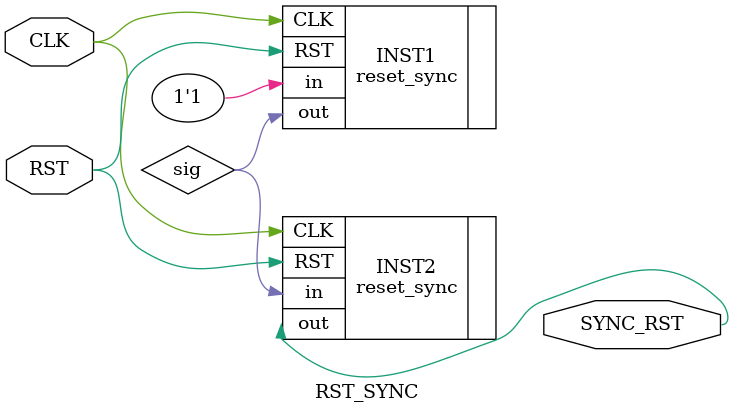
<source format=v>


module RST_SYNC(
  input CLK,RST,
  output SYNC_RST 
  );
  
  wire sig;
  
  reset_sync INST1(
  .CLK(CLK),
  .RST(RST),
  .in(1'd1),
  .out(sig)
  );
  
  
  reset_sync INST2(
  .CLK(CLK),
  .RST(RST),
  .in(sig),
  .out(SYNC_RST)
  );
  
endmodule

</source>
